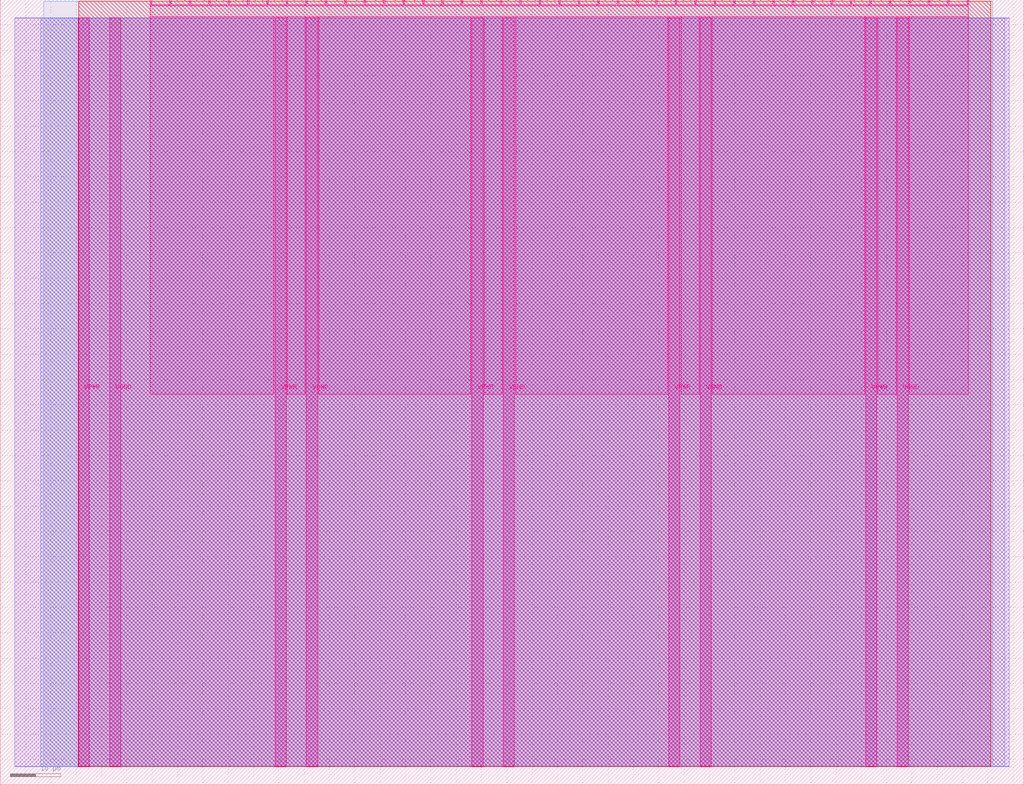
<source format=lef>
VERSION 5.7 ;
  NOWIREEXTENSIONATPIN ON ;
  DIVIDERCHAR "/" ;
  BUSBITCHARS "[]" ;
MACRO tt_um_calonso88_spi_test
  CLASS BLOCK ;
  FOREIGN tt_um_calonso88_spi_test ;
  ORIGIN 0.000 0.000 ;
  SIZE 202.080 BY 154.980 ;
  PIN VGND
    DIRECTION INOUT ;
    USE GROUND ;
    PORT
      LAYER Metal5 ;
        RECT 21.580 3.560 23.780 151.420 ;
    END
    PORT
      LAYER Metal5 ;
        RECT 60.450 3.560 62.650 151.420 ;
    END
    PORT
      LAYER Metal5 ;
        RECT 99.320 3.560 101.520 151.420 ;
    END
    PORT
      LAYER Metal5 ;
        RECT 138.190 3.560 140.390 151.420 ;
    END
    PORT
      LAYER Metal5 ;
        RECT 177.060 3.560 179.260 151.420 ;
    END
  END VGND
  PIN VPWR
    DIRECTION INOUT ;
    USE POWER ;
    PORT
      LAYER Metal5 ;
        RECT 15.380 3.560 17.580 151.420 ;
    END
    PORT
      LAYER Metal5 ;
        RECT 54.250 3.560 56.450 151.420 ;
    END
    PORT
      LAYER Metal5 ;
        RECT 93.120 3.560 95.320 151.420 ;
    END
    PORT
      LAYER Metal5 ;
        RECT 131.990 3.560 134.190 151.420 ;
    END
    PORT
      LAYER Metal5 ;
        RECT 170.860 3.560 173.060 151.420 ;
    END
  END VPWR
  PIN clk
    DIRECTION INPUT ;
    USE SIGNAL ;
    ANTENNAGATEAREA 0.213200 ;
    PORT
      LAYER Metal5 ;
        RECT 187.050 153.980 187.350 154.980 ;
    END
  END clk
  PIN ena
    DIRECTION INPUT ;
    USE SIGNAL ;
    ANTENNAGATEAREA 0.314600 ;
    PORT
      LAYER Metal5 ;
        RECT 190.890 153.980 191.190 154.980 ;
    END
  END ena
  PIN rst_n
    DIRECTION INPUT ;
    USE SIGNAL ;
    ANTENNAGATEAREA 0.426400 ;
    PORT
      LAYER Metal5 ;
        RECT 183.210 153.980 183.510 154.980 ;
    END
  END rst_n
  PIN ui_in[0]
    DIRECTION INPUT ;
    USE SIGNAL ;
    ANTENNAGATEAREA 0.180700 ;
    PORT
      LAYER Metal5 ;
        RECT 179.370 153.980 179.670 154.980 ;
    END
  END ui_in[0]
  PIN ui_in[1]
    DIRECTION INPUT ;
    USE SIGNAL ;
    ANTENNAGATEAREA 0.180700 ;
    PORT
      LAYER Metal5 ;
        RECT 175.530 153.980 175.830 154.980 ;
    END
  END ui_in[1]
  PIN ui_in[2]
    DIRECTION INPUT ;
    USE SIGNAL ;
    PORT
      LAYER Metal5 ;
        RECT 171.690 153.980 171.990 154.980 ;
    END
  END ui_in[2]
  PIN ui_in[3]
    DIRECTION INPUT ;
    USE SIGNAL ;
    PORT
      LAYER Metal5 ;
        RECT 167.850 153.980 168.150 154.980 ;
    END
  END ui_in[3]
  PIN ui_in[4]
    DIRECTION INPUT ;
    USE SIGNAL ;
    PORT
      LAYER Metal5 ;
        RECT 164.010 153.980 164.310 154.980 ;
    END
  END ui_in[4]
  PIN ui_in[5]
    DIRECTION INPUT ;
    USE SIGNAL ;
    PORT
      LAYER Metal5 ;
        RECT 160.170 153.980 160.470 154.980 ;
    END
  END ui_in[5]
  PIN ui_in[6]
    DIRECTION INPUT ;
    USE SIGNAL ;
    PORT
      LAYER Metal5 ;
        RECT 156.330 153.980 156.630 154.980 ;
    END
  END ui_in[6]
  PIN ui_in[7]
    DIRECTION INPUT ;
    USE SIGNAL ;
    PORT
      LAYER Metal5 ;
        RECT 152.490 153.980 152.790 154.980 ;
    END
  END ui_in[7]
  PIN uio_in[0]
    DIRECTION INPUT ;
    USE SIGNAL ;
    PORT
      LAYER Metal5 ;
        RECT 148.650 153.980 148.950 154.980 ;
    END
  END uio_in[0]
  PIN uio_in[1]
    DIRECTION INPUT ;
    USE SIGNAL ;
    PORT
      LAYER Metal5 ;
        RECT 144.810 153.980 145.110 154.980 ;
    END
  END uio_in[1]
  PIN uio_in[2]
    DIRECTION INPUT ;
    USE SIGNAL ;
    PORT
      LAYER Metal5 ;
        RECT 140.970 153.980 141.270 154.980 ;
    END
  END uio_in[2]
  PIN uio_in[3]
    DIRECTION INPUT ;
    USE SIGNAL ;
    PORT
      LAYER Metal5 ;
        RECT 137.130 153.980 137.430 154.980 ;
    END
  END uio_in[3]
  PIN uio_in[4]
    DIRECTION INPUT ;
    USE SIGNAL ;
    ANTENNAGATEAREA 0.180700 ;
    PORT
      LAYER Metal5 ;
        RECT 133.290 153.980 133.590 154.980 ;
    END
  END uio_in[4]
  PIN uio_in[5]
    DIRECTION INPUT ;
    USE SIGNAL ;
    ANTENNAGATEAREA 0.180700 ;
    PORT
      LAYER Metal5 ;
        RECT 129.450 153.980 129.750 154.980 ;
    END
  END uio_in[5]
  PIN uio_in[6]
    DIRECTION INPUT ;
    USE SIGNAL ;
    ANTENNAGATEAREA 0.180700 ;
    PORT
      LAYER Metal5 ;
        RECT 125.610 153.980 125.910 154.980 ;
    END
  END uio_in[6]
  PIN uio_in[7]
    DIRECTION INPUT ;
    USE SIGNAL ;
    PORT
      LAYER Metal5 ;
        RECT 121.770 153.980 122.070 154.980 ;
    END
  END uio_in[7]
  PIN uio_oe[0]
    DIRECTION OUTPUT ;
    USE SIGNAL ;
    ANTENNADIFFAREA 0.299200 ;
    PORT
      LAYER Metal5 ;
        RECT 56.490 153.980 56.790 154.980 ;
    END
  END uio_oe[0]
  PIN uio_oe[1]
    DIRECTION OUTPUT ;
    USE SIGNAL ;
    ANTENNADIFFAREA 0.299200 ;
    PORT
      LAYER Metal5 ;
        RECT 52.650 153.980 52.950 154.980 ;
    END
  END uio_oe[1]
  PIN uio_oe[2]
    DIRECTION OUTPUT ;
    USE SIGNAL ;
    ANTENNADIFFAREA 0.299200 ;
    PORT
      LAYER Metal5 ;
        RECT 48.810 153.980 49.110 154.980 ;
    END
  END uio_oe[2]
  PIN uio_oe[3]
    DIRECTION OUTPUT ;
    USE SIGNAL ;
    ANTENNAGATEAREA 0.483600 ;
    ANTENNADIFFAREA 1.039100 ;
    PORT
      LAYER Metal5 ;
        RECT 44.970 153.980 45.270 154.980 ;
    END
  END uio_oe[3]
  PIN uio_oe[4]
    DIRECTION OUTPUT ;
    USE SIGNAL ;
    ANTENNADIFFAREA 0.299200 ;
    PORT
      LAYER Metal5 ;
        RECT 41.130 153.980 41.430 154.980 ;
    END
  END uio_oe[4]
  PIN uio_oe[5]
    DIRECTION OUTPUT ;
    USE SIGNAL ;
    ANTENNADIFFAREA 0.299200 ;
    PORT
      LAYER Metal5 ;
        RECT 37.290 153.980 37.590 154.980 ;
    END
  END uio_oe[5]
  PIN uio_oe[6]
    DIRECTION OUTPUT ;
    USE SIGNAL ;
    ANTENNADIFFAREA 0.299200 ;
    PORT
      LAYER Metal5 ;
        RECT 33.450 153.980 33.750 154.980 ;
    END
  END uio_oe[6]
  PIN uio_oe[7]
    DIRECTION OUTPUT ;
    USE SIGNAL ;
    ANTENNADIFFAREA 0.299200 ;
    PORT
      LAYER Metal5 ;
        RECT 29.610 153.980 29.910 154.980 ;
    END
  END uio_oe[7]
  PIN uio_out[0]
    DIRECTION OUTPUT ;
    USE SIGNAL ;
    ANTENNADIFFAREA 0.299200 ;
    PORT
      LAYER Metal5 ;
        RECT 87.210 153.980 87.510 154.980 ;
    END
  END uio_out[0]
  PIN uio_out[1]
    DIRECTION OUTPUT ;
    USE SIGNAL ;
    ANTENNADIFFAREA 0.299200 ;
    PORT
      LAYER Metal5 ;
        RECT 83.370 153.980 83.670 154.980 ;
    END
  END uio_out[1]
  PIN uio_out[2]
    DIRECTION OUTPUT ;
    USE SIGNAL ;
    ANTENNADIFFAREA 0.299200 ;
    PORT
      LAYER Metal5 ;
        RECT 79.530 153.980 79.830 154.980 ;
    END
  END uio_out[2]
  PIN uio_out[3]
    DIRECTION OUTPUT ;
    USE SIGNAL ;
    ANTENNADIFFAREA 0.654800 ;
    PORT
      LAYER Metal5 ;
        RECT 75.690 153.980 75.990 154.980 ;
    END
  END uio_out[3]
  PIN uio_out[4]
    DIRECTION OUTPUT ;
    USE SIGNAL ;
    ANTENNADIFFAREA 0.299200 ;
    PORT
      LAYER Metal5 ;
        RECT 71.850 153.980 72.150 154.980 ;
    END
  END uio_out[4]
  PIN uio_out[5]
    DIRECTION OUTPUT ;
    USE SIGNAL ;
    ANTENNADIFFAREA 0.299200 ;
    PORT
      LAYER Metal5 ;
        RECT 68.010 153.980 68.310 154.980 ;
    END
  END uio_out[5]
  PIN uio_out[6]
    DIRECTION OUTPUT ;
    USE SIGNAL ;
    ANTENNADIFFAREA 0.299200 ;
    PORT
      LAYER Metal5 ;
        RECT 64.170 153.980 64.470 154.980 ;
    END
  END uio_out[6]
  PIN uio_out[7]
    DIRECTION OUTPUT ;
    USE SIGNAL ;
    ANTENNADIFFAREA 0.299200 ;
    PORT
      LAYER Metal5 ;
        RECT 60.330 153.980 60.630 154.980 ;
    END
  END uio_out[7]
  PIN uo_out[0]
    DIRECTION OUTPUT ;
    USE SIGNAL ;
    ANTENNADIFFAREA 0.654800 ;
    PORT
      LAYER Metal5 ;
        RECT 117.930 153.980 118.230 154.980 ;
    END
  END uo_out[0]
  PIN uo_out[1]
    DIRECTION OUTPUT ;
    USE SIGNAL ;
    ANTENNADIFFAREA 0.654800 ;
    PORT
      LAYER Metal5 ;
        RECT 114.090 153.980 114.390 154.980 ;
    END
  END uo_out[1]
  PIN uo_out[2]
    DIRECTION OUTPUT ;
    USE SIGNAL ;
    ANTENNADIFFAREA 0.654800 ;
    PORT
      LAYER Metal5 ;
        RECT 110.250 153.980 110.550 154.980 ;
    END
  END uo_out[2]
  PIN uo_out[3]
    DIRECTION OUTPUT ;
    USE SIGNAL ;
    ANTENNADIFFAREA 0.654800 ;
    PORT
      LAYER Metal5 ;
        RECT 106.410 153.980 106.710 154.980 ;
    END
  END uo_out[3]
  PIN uo_out[4]
    DIRECTION OUTPUT ;
    USE SIGNAL ;
    ANTENNADIFFAREA 0.654800 ;
    PORT
      LAYER Metal5 ;
        RECT 102.570 153.980 102.870 154.980 ;
    END
  END uo_out[4]
  PIN uo_out[5]
    DIRECTION OUTPUT ;
    USE SIGNAL ;
    ANTENNADIFFAREA 0.654800 ;
    PORT
      LAYER Metal5 ;
        RECT 98.730 153.980 99.030 154.980 ;
    END
  END uo_out[5]
  PIN uo_out[6]
    DIRECTION OUTPUT ;
    USE SIGNAL ;
    ANTENNADIFFAREA 0.654800 ;
    PORT
      LAYER Metal5 ;
        RECT 94.890 153.980 95.190 154.980 ;
    END
  END uo_out[6]
  PIN uo_out[7]
    DIRECTION OUTPUT ;
    USE SIGNAL ;
    ANTENNADIFFAREA 0.654800 ;
    PORT
      LAYER Metal5 ;
        RECT 91.050 153.980 91.350 154.980 ;
    END
  END uo_out[7]
  OBS
      LAYER GatPoly ;
        RECT 2.880 3.630 199.200 151.350 ;
      LAYER Metal1 ;
        RECT 2.880 3.560 199.200 151.420 ;
      LAYER Metal2 ;
        RECT 7.970 3.680 198.340 151.300 ;
      LAYER Metal3 ;
        RECT 8.540 3.635 195.940 154.705 ;
      LAYER Metal4 ;
        RECT 15.515 3.680 195.505 154.660 ;
      LAYER Metal5 ;
        RECT 30.120 153.770 33.240 153.980 ;
        RECT 33.960 153.770 37.080 153.980 ;
        RECT 37.800 153.770 40.920 153.980 ;
        RECT 41.640 153.770 44.760 153.980 ;
        RECT 45.480 153.770 48.600 153.980 ;
        RECT 49.320 153.770 52.440 153.980 ;
        RECT 53.160 153.770 56.280 153.980 ;
        RECT 57.000 153.770 60.120 153.980 ;
        RECT 60.840 153.770 63.960 153.980 ;
        RECT 64.680 153.770 67.800 153.980 ;
        RECT 68.520 153.770 71.640 153.980 ;
        RECT 72.360 153.770 75.480 153.980 ;
        RECT 76.200 153.770 79.320 153.980 ;
        RECT 80.040 153.770 83.160 153.980 ;
        RECT 83.880 153.770 87.000 153.980 ;
        RECT 87.720 153.770 90.840 153.980 ;
        RECT 91.560 153.770 94.680 153.980 ;
        RECT 95.400 153.770 98.520 153.980 ;
        RECT 99.240 153.770 102.360 153.980 ;
        RECT 103.080 153.770 106.200 153.980 ;
        RECT 106.920 153.770 110.040 153.980 ;
        RECT 110.760 153.770 113.880 153.980 ;
        RECT 114.600 153.770 117.720 153.980 ;
        RECT 118.440 153.770 121.560 153.980 ;
        RECT 122.280 153.770 125.400 153.980 ;
        RECT 126.120 153.770 129.240 153.980 ;
        RECT 129.960 153.770 133.080 153.980 ;
        RECT 133.800 153.770 136.920 153.980 ;
        RECT 137.640 153.770 140.760 153.980 ;
        RECT 141.480 153.770 144.600 153.980 ;
        RECT 145.320 153.770 148.440 153.980 ;
        RECT 149.160 153.770 152.280 153.980 ;
        RECT 153.000 153.770 156.120 153.980 ;
        RECT 156.840 153.770 159.960 153.980 ;
        RECT 160.680 153.770 163.800 153.980 ;
        RECT 164.520 153.770 167.640 153.980 ;
        RECT 168.360 153.770 171.480 153.980 ;
        RECT 172.200 153.770 175.320 153.980 ;
        RECT 176.040 153.770 179.160 153.980 ;
        RECT 179.880 153.770 183.000 153.980 ;
        RECT 183.720 153.770 186.840 153.980 ;
        RECT 187.560 153.770 190.680 153.980 ;
        RECT 29.660 151.630 191.140 153.770 ;
        RECT 29.660 77.135 54.040 151.630 ;
        RECT 56.660 77.135 60.240 151.630 ;
        RECT 62.860 77.135 92.910 151.630 ;
        RECT 95.530 77.135 99.110 151.630 ;
        RECT 101.730 77.135 131.780 151.630 ;
        RECT 134.400 77.135 137.980 151.630 ;
        RECT 140.600 77.135 170.650 151.630 ;
        RECT 173.270 77.135 176.850 151.630 ;
        RECT 179.470 77.135 191.140 151.630 ;
  END
END tt_um_calonso88_spi_test
END LIBRARY


</source>
